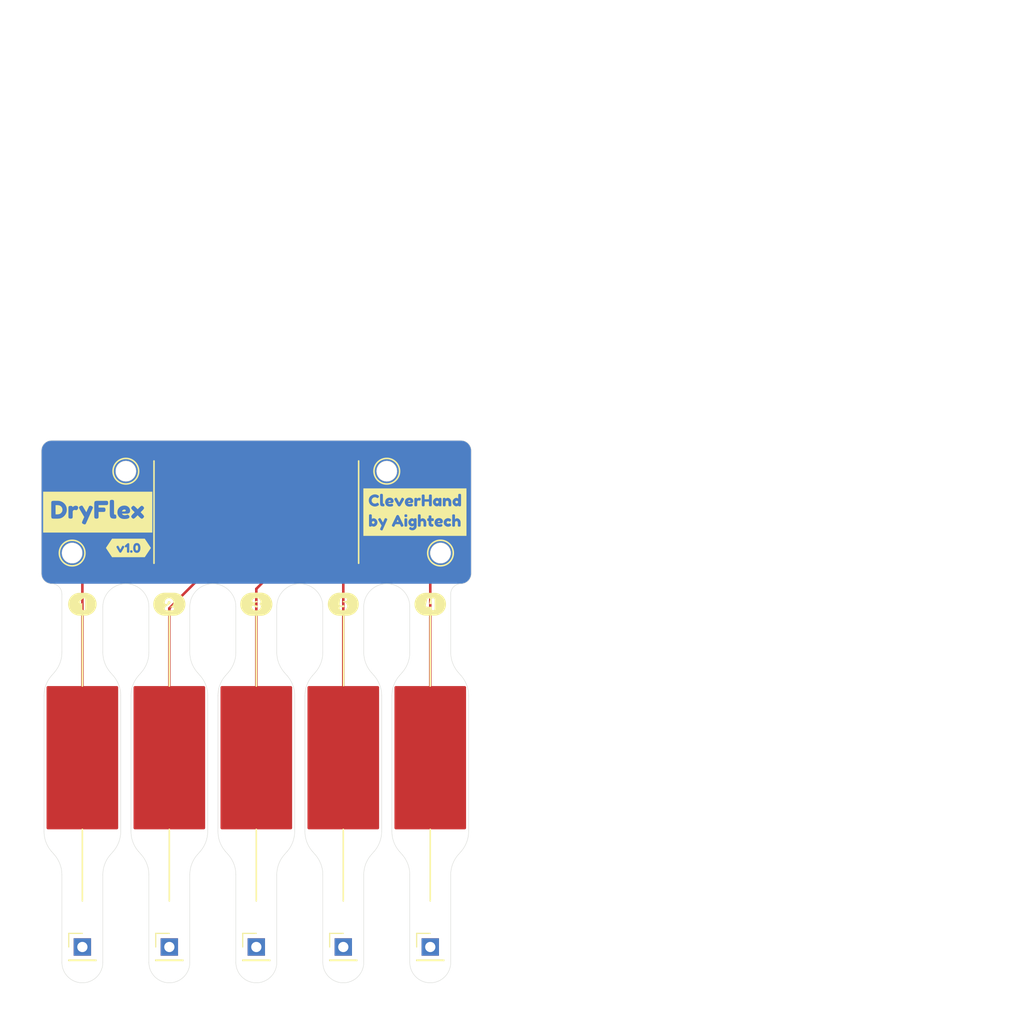
<source format=kicad_pcb>
(kicad_pcb (version 20221018) (generator pcbnew)
  (layers (0 "F.Cu" signal) (31 "B.Cu" signal) (34 "B.Paste" user) (35 "F.Paste" user) (36 "B.SilkS" user "B.Silks") (37 "F.SilkS" user "F.Silks") (38 "B.Mask" user) (39 "F.Mask" user) (44 "Edge.Cuts" user))
  (net 0 "")
  (net 1 "/in1")
  (net 2 "/in2")
  (net 3 "/in3")
  (net 4 "/in4")
  (net 5 "/in5")
  (footprint "Connector_PinHeader_2.54mm:PinHeader_1x01_P2.54mm_Vertical" (layer "F.Cu") (at 91.5 142.5)
    (fp_text reference "J12" hide)
    (fp_text value "Conn_01x01_Pin" hide)
    (pad "1" thru_hole rect (at 0 0) (size 1.7 1.7) (drill 1) (layers "*.Cu" "*.Mask"))
  )
  (footprint "kibuzzard-65902AA8" (layer "F.Cu") (at 84.5 100)
    (fp_text reference "kibuzzard-65902AA8" hide)
    (fp_text value "G***" hide)
  )
  (footprint "Connector_Wire:SolderWirePad_1x01_SMD_1x2mm" (layer "F.Cu") (at 97.4 103.5)
    (fp_text reference "J4" hide)
    (fp_text value "Conn_01x01_Pin" hide)
    (pad "1" smd roundrect (at 0 0) (size 1 2) (layers "F.Cu" "F.Paste" "F.Mask") (net 2 "/in2"))
  )
  (footprint "kibuzzard-658EC834" (layer "F.Cu") (at 87.5 103.5)
    (fp_text reference "kibuzzard-658EC834" hide)
    (fp_text value "G***" hide)
  )
  (footprint "Connector_Wire:SolderWirePad_1x01_SMD_1x2mm" (layer "F.Cu") (at 107.5 96.5)
    (fp_text reference "J7" hide)
    (fp_text value "Conn_01x01_Pin" hide)
    (pad "1" smd roundrect (at 0 0) (size 1 2) (layers "F.Cu" "F.Paste" "F.Mask") (net 4 "/in4"))
  )
  (footprint "kibuzzard-65902ADF" (layer "F.Cu") (at 115.5 100)
    (fp_text reference "kibuzzard-65902ADF" hide)
    (fp_text value "G***" hide)
  )
  (footprint "Connector_Wire:SolderWirePad_1x01_SMD_1x2mm" (layer "F.Cu") (at 102.5 96.5)
    (fp_text reference "J5" hide)
    (fp_text value "Conn_01x01_Pin" hide)
    (pad "1" smd roundrect (at 0 0) (size 1 2) (layers "F.Cu" "F.Paste" "F.Mask") (net 3 "/in3"))
  )
  (footprint "kibuzzard-658EC94F" (layer "F.Cu") (at 117 109)
    (fp_text reference "kibuzzard-658EC94F" hide)
    (fp_text value "G***" hide)
  )
  (footprint "Connector_PinHeader_2.54mm:PinHeader_1x01_P2.54mm_Vertical" (layer "F.Cu") (at 100 142.5)
    (fp_text reference "J10" hide)
    (fp_text value "Conn_01x01_Pin" hide)
    (pad "1" thru_hole rect (at 0 0) (size 1.7 1.7) (drill 1) (layers "*.Cu" "*.Mask"))
  )
  (footprint "kibuzzard-658EC936" (layer "F.Cu") (at 83 109)
    (fp_text reference "kibuzzard-658EC936" hide)
    (fp_text value "G***" hide)
  )
  (footprint "Connector_Wire:SolderWirePad_1x01_SMD_1x2mm" (layer "F.Cu") (at 97.5 96.5)
    (fp_text reference "J3" hide)
    (fp_text value "Conn_01x01_Pin" hide)
    (pad "1" smd roundrect (at 0 0) (size 1 2) (layers "F.Cu" "F.Paste" "F.Mask") (net 2 "/in2"))
  )
  (footprint "Connector_Wire:SolderWirePad_1x01_SMD_1x2mm" (layer "F.Cu") (at 92.5 103.5)
    (fp_text reference "J2" hide)
    (fp_text value "Conn_01x01_Pin" hide)
    (pad "1" smd roundrect (at 0 0) (size 1 2) (layers "F.Cu" "F.Paste" "F.Mask") (net 1 "/in1"))
  )
  (footprint "Connector_Wire:SolderWirePad_1x01_SMD_1x2mm" (layer "F.Cu") (at 102.6 103.5)
    (fp_text reference "J6" hide)
    (fp_text value "Conn_01x01_Pin" hide)
    (pad "1" smd roundrect (at 0 0) (size 1 2) (layers "F.Cu" "F.Paste" "F.Mask") (net 3 "/in3"))
  )
  (footprint "Connector_PinHeader_2.54mm:PinHeader_1x01_P2.54mm_Vertical" (layer "F.Cu") (at 83 142.5)
    (fp_text reference "J9" hide)
    (fp_text value "Conn_01x01_Pin" hide)
    (pad "1" thru_hole rect (at 0 0) (size 1.7 1.7) (drill 1) (layers "*.Cu" "*.Mask"))
  )
  (footprint "kibuzzard-658EC95B" (layer "F.Cu") (at 100 109)
    (fp_text reference "kibuzzard-658EC95B" hide)
    (fp_text value "G***" hide)
  )
  (footprint "kibuzzard-658EC960" (layer "F.Cu") (at 91.5 109)
    (fp_text reference "kibuzzard-658EC960" hide)
    (fp_text value "G***" hide)
  )
  (footprint "kibuzzard-658EC955" (layer "F.Cu") (at 108.5 109)
    (fp_text reference "kibuzzard-658EC955" hide)
    (fp_text value "G***" hide)
  )
  (footprint "Connector_Wire:SolderWirePad_1x01_SMD_1x2mm" (layer "F.Cu") (at 107.5 103.5)
    (fp_text reference "J8" hide)
    (fp_text value "Conn_01x01_Pin" hide)
    (pad "1" smd roundrect (at 0 0) (size 1 2) (layers "F.Cu" "F.Paste" "F.Mask") (net 5 "/in5"))
  )
  (footprint "Connector_Wire:SolderWirePad_1x01_SMD_1x2mm" (layer "F.Cu") (at 92.5 96.5)
    (fp_text reference "J1" hide)
    (fp_text value "Conn_01x01_Pin" hide)
    (pad "1" smd roundrect (at 0 0) (size 1 2) (layers "F.Cu" "F.Paste" "F.Mask") (net 1 "/in1"))
  )
  (footprint "Connector_PinHeader_2.54mm:PinHeader_1x01_P2.54mm_Vertical" (layer "F.Cu") (at 108.5 142.5)
    (fp_text reference "J13" hide)
    (fp_text value "Conn_01x01_Pin" hide)
    (pad "1" thru_hole rect (at 0 0) (size 1.7 1.7) (drill 1) (layers "*.Cu" "*.Mask"))
  )
  (footprint "Connector_PinHeader_2.54mm:PinHeader_1x01_P2.54mm_Vertical" (layer "F.Cu") (at 117 142.5)
    (fp_text reference "J11" hide)
    (fp_text value "Conn_01x01_Pin" hide)
    (pad "1" thru_hole rect (at 0 0) (size 1.7 1.7) (drill 1) (layers "*.Cu" "*.Mask"))
  )
  (gr_line (start 110 105) (end 110 95) (stroke (width 0.1524)) (layer "F.SilkS"))
  (gr_line (start 108.5 131) (end 108.5 138) (stroke (width 0.1524)) (layer "F.SilkS"))
  (gr_circle (center 112.75 96) (end 114 96) (stroke (width 0.1524)) (fill none) (layer "F.SilkS"))
  (gr_line (start 91.5 110) (end 91.5 117) (stroke (width 0.1524)) (layer "F.SilkS"))
  (gr_line (start 117 131) (end 117 138) (stroke (width 0.1524)) (layer "F.SilkS"))
  (gr_line (start 83 131) (end 83 138) (stroke (width 0.1524)) (layer "F.SilkS"))
  (gr_line (start 90 105) (end 90 95) (stroke (width 0.1524)) (layer "F.SilkS"))
  (gr_line (start 108.532812 109.954835) (end 108.532812 116.954835) (stroke (width 0.1524)) (layer "F.SilkS"))
  (gr_line (start 91.5 131) (end 91.5 138) (stroke (width 0.1524)) (layer "F.SilkS"))
  (gr_line (start 117 110) (end 117 117) (stroke (width 0.1524)) (layer "F.SilkS"))
  (gr_line (start 100 110) (end 100 117) (stroke (width 0.1524)) (layer "F.SilkS"))
  (gr_circle (center 118 104) (end 119.25 104) (stroke (width 0.1524)) (fill none) (layer "F.SilkS"))
  (gr_line (start 83 110) (end 83 117) (stroke (width 0.1524)) (layer "F.SilkS"))
  (gr_circle (center 87.25 96) (end 88.5 96) (stroke (width 0.1524)) (fill none) (layer "F.SilkS"))
  (gr_circle (center 82 104) (end 83.25 104) (stroke (width 0.1524)) (fill none) (layer "F.SilkS"))
  (gr_line (start 100 131) (end 100 138) (stroke (width 0.1524)) (layer "F.SilkS"))
  (gr_arc (start 87.75 117.950005) (mid 87.94169 116.894824) (end 88.49227 115.974491) (stroke (width 0.0381)) (layer "Edge.Cuts"))
  (gr_line (start 105.49227 115.974491) (end 105.75773 115.671108) (stroke (width 0.0381)) (layer "Edge.Cuts"))
  (gr_arc (start 98 113.695594) (mid 97.80831 114.750775) (end 97.25773 115.671108) (stroke (width 0.0381)) (layer "Edge.Cuts"))
  (gr_line (start 80 93) (end 120 93) (stroke (width 0.0381)) (layer "Edge.Cuts"))
  (gr_line (start 81 113.695594) (end 81 108) (stroke (width 0.0381)) (layer "Edge.Cuts"))
  (gr_arc (start 105.75773 133.474492) (mid 106.308306 134.394827) (end 106.5 135.450006) (stroke (width 0.0381)) (layer "Edge.Cuts"))
  (gr_line (start 85 135.450006) (end 85 144) (stroke (width 0.0381)) (layer "Edge.Cuts"))
  (gr_arc (start 111.50773 115.974491) (mid 112.058307 116.894825) (end 112.25 117.950005) (stroke (width 0.0381)) (layer "Edge.Cuts"))
  (gr_line (start 81 135.450006) (end 81 144) (stroke (width 0.0381)) (layer "Edge.Cuts"))
  (gr_circle (center 118 104) (end 119 104) (stroke (width 0.0381)) (fill none) (layer "Edge.Cuts"))
  (gr_line (start 106.5 113.695594) (end 106.5 109.25) (stroke (width 0.0381)) (layer "Edge.Cuts"))
  (gr_arc (start 80 107) (mid 80.707107 107.292893) (end 81 108) (stroke (width 0.0381)) (layer "Edge.Cuts"))
  (gr_line (start 94.50773 133.171109) (end 94.24227 133.474492) (stroke (width 0.0381)) (layer "Edge.Cuts"))
  (gr_arc (start 119.74227 115.671108) (mid 119.19169 114.750775) (end 119 113.695594) (stroke (width 0.0381)) (layer "Edge.Cuts"))
  (gr_arc (start 79.99227 133.171109) (mid 79.441693 132.250775) (end 79.25 131.195595) (stroke (width 0.0381)) (layer "Edge.Cuts"))
  (gr_line (start 104.75 117.950005) (end 104.75 131.195595) (stroke (width 0.0381)) (layer "Edge.Cuts"))
  (gr_circle (center 87.25 96) (end 88.25 96) (stroke (width 0.0381)) (fill none) (layer "Edge.Cuts"))
  (gr_line (start 111.24227 115.671108) (end 111.50773 115.974491) (stroke (width 0.0381)) (layer "Edge.Cuts"))
  (gr_arc (start 86.00773 115.974491) (mid 86.558307 116.894825) (end 86.75 117.950005) (stroke (width 0.0381)) (layer "Edge.Cuts"))
  (gr_line (start 110.5 135.450006) (end 110.5 144) (stroke (width 0.0381)) (layer "Edge.Cuts"))
  (gr_arc (start 85.74227 115.671108) (mid 85.191694 114.750774) (end 85 113.695594) (stroke (width 0.0381)) (layer "Edge.Cuts"))
  (gr_arc (start 110.5 109.25) (mid 112.75 107) (end 115 109.25) (stroke (width 0.0381)) (layer "Edge.Cuts"))
  (gr_arc (start 80.25773 133.474492) (mid 80.808306 134.394826) (end 81 135.450006) (stroke (width 0.0381)) (layer "Edge.Cuts"))
  (gr_arc (start 120.00773 115.974491) (mid 120.55831 116.894824) (end 120.75 117.950005) (stroke (width 0.0381)) (layer "Edge.Cuts"))
  (gr_line (start 113.99227 133.171109) (end 114.25773 133.474492) (stroke (width 0.0381)) (layer "Edge.Cuts"))
  (gr_arc (start 120.75 131.195595) (mid 120.558307 132.250775) (end 120.00773 133.171109) (stroke (width 0.0381)) (layer "Edge.Cuts"))
  (gr_line (start 111.50773 133.171109) (end 111.24227 133.474492) (stroke (width 0.0381)) (layer "Edge.Cuts"))
  (gr_arc (start 79 94) (mid 79.292893 93.292893) (end 80 93) (stroke (width 0.0381)) (layer "Edge.Cuts"))
  (gr_arc (start 103.00773 115.974491) (mid 103.558307 116.894825) (end 103.75 117.950005) (stroke (width 0.0381)) (layer "Edge.Cuts"))
  (gr_arc (start 89.5 113.695594) (mid 89.30831 114.750775) (end 88.75773 115.671108) (stroke (width 0.0381)) (layer "Edge.Cuts"))
  (gr_line (start 96.99227 115.974491) (end 97.25773 115.671108) (stroke (width 0.0381)) (layer "Edge.Cuts"))
  (gr_arc (start 115 113.695594) (mid 114.808305 114.750773) (end 114.25773 115.671108) (stroke (width 0.0381)) (layer "Edge.Cuts"))
  (gr_line (start 119 113.695594) (end 119 108) (stroke (width 0.0381)) (layer "Edge.Cuts"))
  (gr_arc (start 102 135.450006) (mid 102.19169 134.394825) (end 102.74227 133.474492) (stroke (width 0.0381)) (layer "Edge.Cuts"))
  (gr_arc (start 97.25773 133.474492) (mid 97.808306 134.394827) (end 98 135.450006) (stroke (width 0.0381)) (layer "Edge.Cuts"))
  (gr_arc (start 110.5 135.450006) (mid 110.69169 134.394825) (end 111.24227 133.474492) (stroke (width 0.0381)) (layer "Edge.Cuts"))
  (gr_line (start 106.5 135.450006) (end 106.5 144) (stroke (width 0.0381)) (layer "Edge.Cuts"))
  (gr_line (start 79.25 117.950005) (end 79.25 131.195595) (stroke (width 0.0381)) (layer "Edge.Cuts"))
  (gr_line (start 113.25 131.195595) (end 113.25 117.950005) (stroke (width 0.0381)) (layer "Edge.Cuts"))
  (gr_arc (start 93.5 135.450006) (mid 93.69169 134.394825) (end 94.24227 133.474492) (stroke (width 0.0381)) (layer "Edge.Cuts"))
  (gr_line (start 112.25 131.195595) (end 112.25 117.950005) (stroke (width 0.0381)) (layer "Edge.Cuts"))
  (gr_line (start 88.75773 133.474492) (end 88.49227 133.171109) (stroke (width 0.0381)) (layer "Edge.Cuts"))
  (gr_line (start 105.75773 133.474492) (end 105.49227 133.171109) (stroke (width 0.0381)) (layer "Edge.Cuts"))
  (gr_line (start 102 113.695594) (end 102 109.25) (stroke (width 0.0381)) (layer "Edge.Cuts"))
  (gr_arc (start 121 106) (mid 120.707107 106.707107) (end 120 107) (stroke (width 0.0381)) (layer "Edge.Cuts"))
  (gr_line (start 114.25773 115.671108) (end 113.99227 115.974491) (stroke (width 0.0381)) (layer "Edge.Cuts"))
  (gr_line (start 93.5 113.695594) (end 93.5 109.25) (stroke (width 0.0381)) (layer "Edge.Cuts"))
  (gr_line (start 115 135.450006) (end 115 144) (stroke (width 0.0381)) (layer "Edge.Cuts"))
  (gr_line (start 97.25773 133.474492) (end 96.99227 133.171109) (stroke (width 0.0381)) (layer "Edge.Cuts"))
  (gr_line (start 96.25 117.950005) (end 96.25 131.195595) (stroke (width 0.0381)) (layer "Edge.Cuts"))
  (gr_arc (start 112.25 131.195595) (mid 112.05831 132.250776) (end 111.50773 133.171109) (stroke (width 0.0381)) (layer "Edge.Cuts"))
  (gr_arc (start 96.25 117.950005) (mid 96.44169 116.894824) (end 96.99227 115.974491) (stroke (width 0.0381)) (layer "Edge.Cuts"))
  (gr_line (start 89.5 113.695594) (end 89.5 109.25) (stroke (width 0.0381)) (layer "Edge.Cuts"))
  (gr_circle (center 82 104) (end 83 104) (stroke (width 0.0381)) (fill none) (layer "Edge.Cuts"))
  (gr_arc (start 94.24227 115.671108) (mid 93.691693 114.750774) (end 93.5 113.695594) (stroke (width 0.0381)) (layer "Edge.Cuts"))
  (gr_arc (start 80 107) (mid 79.292893 106.707107) (end 79 106) (stroke (width 0.0381)) (layer "Edge.Cuts"))
  (gr_line (start 119 135.450006) (end 119 144) (stroke (width 0.0381)) (layer "Edge.Cuts"))
  (gr_line (start 98 113.695594) (end 98 109.25) (stroke (width 0.0381)) (layer "Edge.Cuts"))
  (gr_arc (start 85 135.450006) (mid 85.19169 134.394825) (end 85.74227 133.474492) (stroke (width 0.0381)) (layer "Edge.Cuts"))
  (gr_arc (start 106.5 113.695594) (mid 106.30831 114.750775) (end 105.75773 115.671108) (stroke (width 0.0381)) (layer "Edge.Cuts"))
  (gr_arc (start 86.75 131.195595) (mid 86.55831 132.250776) (end 86.00773 133.171109) (stroke (width 0.0381)) (layer "Edge.Cuts"))
  (gr_line (start 80.25773 133.474492) (end 79.99227 133.171109) (stroke (width 0.0381)) (layer "Edge.Cuts"))
  (gr_arc (start 119 144) (mid 117 146) (end 115 144) (stroke (width 0.0381)) (layer "Edge.Cuts"))
  (gr_line (start 86.75 131.195595) (end 86.75 117.950005) (stroke (width 0.0381)) (layer "Edge.Cuts"))
  (gr_arc (start 120 93) (mid 120.707107 93.292893) (end 121 94) (stroke (width 0.0381)) (layer "Edge.Cuts"))
  (gr_arc (start 81 113.695594) (mid 80.80831 114.750775) (end 80.25773 115.671108) (stroke (width 0.0381)) (layer "Edge.Cuts"))
  (gr_circle (center 112.75 96) (end 113.75 96) (stroke (width 0.0381)) (fill none) (layer "Edge.Cuts"))
  (gr_line (start 86.00773 133.171109) (end 85.74227 133.474492) (stroke (width 0.0381)) (layer "Edge.Cuts"))
  (gr_line (start 121 106) (end 121 94) (stroke (width 0.0381)) (layer "Edge.Cuts"))
  (gr_line (start 120.75 117.950005) (end 120.75 131.195595) (stroke (width 0.0381)) (layer "Edge.Cuts"))
  (gr_arc (start 93.5 144) (mid 91.5 146) (end 89.5 144) (stroke (width 0.0381)) (layer "Edge.Cuts"))
  (gr_arc (start 119 108) (mid 119.292893 107.292893) (end 120 107) (stroke (width 0.0381)) (layer "Edge.Cuts"))
  (gr_arc (start 95.25 131.195595) (mid 95.05831 132.250776) (end 94.50773 133.171109) (stroke (width 0.0381)) (layer "Edge.Cuts"))
  (gr_line (start 119.74227 133.474492) (end 120.00773 133.171109) (stroke (width 0.0381)) (layer "Edge.Cuts"))
  (gr_arc (start 102 109.25) (mid 104.25 107) (end 106.5 109.25) (stroke (width 0.0381)) (layer "Edge.Cuts"))
  (gr_line (start 95.25 131.195595) (end 95.25 117.950005) (stroke (width 0.0381)) (layer "Edge.Cuts"))
  (gr_arc (start 88.49227 133.171109) (mid 87.941693 132.250775) (end 87.75 131.195595) (stroke (width 0.0381)) (layer "Edge.Cuts"))
  (gr_line (start 93.5 135.450006) (end 93.5 144) (stroke (width 0.0381)) (layer "Edge.Cuts"))
  (gr_arc (start 104.75 117.950005) (mid 104.94169 116.894824) (end 105.49227 115.974491) (stroke (width 0.0381)) (layer "Edge.Cuts"))
  (gr_line (start 87.75 117.950005) (end 87.75 131.195595) (stroke (width 0.0381)) (layer "Edge.Cuts"))
  (gr_line (start 79 106) (end 79 94) (stroke (width 0.0381)) (layer "Edge.Cuts"))
  (gr_line (start 102 135.450006) (end 102 144) (stroke (width 0.0381)) (layer "Edge.Cuts"))
  (gr_arc (start 113.25 117.950005) (mid 113.441693 116.894825) (end 113.99227 115.974491) (stroke (width 0.0381)) (layer "Edge.Cuts"))
  (gr_arc (start 94.50773 115.974491) (mid 95.058307 116.894825) (end 95.25 117.950005) (stroke (width 0.0381)) (layer "Edge.Cuts"))
  (gr_arc (start 114.25773 133.474492) (mid 114.80831 134.394825) (end 115 135.450006) (stroke (width 0.0381)) (layer "Edge.Cuts"))
  (gr_line (start 85 113.695594) (end 85 109.25) (stroke (width 0.0381)) (layer "Edge.Cuts"))
  (gr_line (start 110.5 113.695594) (end 110.5 109.25) (stroke (width 0.0381)) (layer "Edge.Cuts"))
  (gr_line (start 94.24227 115.671108) (end 94.50773 115.974491) (stroke (width 0.0381)) (layer "Edge.Cuts"))
  (gr_arc (start 111.24227 115.671108) (mid 110.691693 114.750774) (end 110.5 113.695594) (stroke (width 0.0381)) (layer "Edge.Cuts"))
  (gr_arc (start 102.74227 115.671108) (mid 102.191693 114.750774) (end 102 113.695594) (stroke (width 0.0381)) (layer "Edge.Cuts"))
  (gr_line (start 79.99227 115.974491) (end 80.25773 115.671108) (stroke (width 0.0381)) (layer "Edge.Cuts"))
  (gr_arc (start 102 144) (mid 100 146) (end 98 144) (stroke (width 0.0381)) (layer "Edge.Cuts"))
  (gr_arc (start 96.99227 133.171109) (mid 96.441693 132.250775) (end 96.25 131.195595) (stroke (width 0.0381)) (layer "Edge.Cuts"))
  (gr_line (start 89.5 135.450006) (end 89.5 144) (stroke (width 0.0381)) (layer "Edge.Cuts"))
  (gr_arc (start 110.5 144) (mid 108.5 146) (end 106.5 144) (stroke (width 0.0381)) (layer "Edge.Cuts"))
  (gr_line (start 103.00773 133.171109) (end 102.74227 133.474492) (stroke (width 0.0381)) (layer "Edge.Cuts"))
  (gr_line (start 120.00773 115.974491) (end 119.74227 115.671108) (stroke (width 0.0381)) (layer "Edge.Cuts"))
  (gr_arc (start 119 135.450006) (mid 119.191694 134.394827) (end 119.74227 133.474492) (stroke (width 0.0381)) (layer "Edge.Cuts"))
  (gr_line (start 88.49227 115.974491) (end 88.75773 115.671108) (stroke (width 0.0381)) (layer "Edge.Cuts"))
  (gr_line (start 103.75 131.195595) (end 103.75 117.950005) (stroke (width 0.0381)) (layer "Edge.Cuts"))
  (gr_line (start 85.74227 115.671108) (end 86.00773 115.974491) (stroke (width 0.0381)) (layer "Edge.Cuts"))
  (gr_arc (start 85 109.25) (mid 87.25 107) (end 89.5 109.25) (stroke (width 0.0381)) (layer "Edge.Cuts"))
  (gr_arc (start 93.5 109.25) (mid 95.75 107) (end 98 109.25) (stroke (width 0.0381)) (layer "Edge.Cuts"))
  (gr_arc (start 85 144) (mid 83 146) (end 81 144) (stroke (width 0.0381)) (layer "Edge.Cuts"))
  (gr_arc (start 79.25 117.950005) (mid 79.44169 116.894824) (end 79.99227 115.974491) (stroke (width 0.0381)) (layer "Edge.Cuts"))
  (gr_line (start 115 113.695594) (end 115 109.25) (stroke (width 0.0381)) (layer "Edge.Cuts"))
  (gr_line (start 102.74227 115.671108) (end 103.00773 115.974491) (stroke (width 0.0381)) (layer "Edge.Cuts"))
  (gr_arc (start 105.49227 133.171109) (mid 104.941693 132.250775) (end 104.75 131.195595) (stroke (width 0.0381)) (layer "Edge.Cuts"))
  (gr_arc (start 103.75 131.195595) (mid 103.55831 132.250776) (end 103.00773 133.171109) (stroke (width 0.0381)) (layer "Edge.Cuts"))
  (gr_arc (start 113.99227 133.171109) (mid 113.44169 132.250776) (end 113.25 131.195595) (stroke (width 0.0381)) (layer "Edge.Cuts"))
  (gr_arc (start 88.75773 133.474492) (mid 89.308306 134.394827) (end 89.5 135.450006) (stroke (width 0.0381)) (layer "Edge.Cuts"))
  (gr_line (start 98 135.450006) (end 98 144) (stroke (width 0.0381)) (layer "Edge.Cuts"))
  (segment (start 92.5 96.5) (end 92.5 103.5) (width 0.25) (layer "F.Cu") (net 1))
  (segment (start 92.5 96.5) (end 83 106) (width 0.25) (layer "F.Cu") (net 1))
  (segment (start 83 106) (end 83 119) (width 0.25) (layer "F.Cu") (net 1))
  (segment (start 97.5 96.5) (end 97.5 103.4) (width 0.25) (layer "F.Cu") (net 2))
  (segment (start 91.5 109.4) (end 91.5 109.5) (width 0.25) (layer "F.Cu") (net 2))
  (segment (start 97.4 103.5) (end 91.5 109.4) (width 0.25) (layer "F.Cu") (net 2))
  (segment (start 91.5 109.5) (end 91.5 119) (width 0.25) (layer "F.Cu") (net 2))
  (segment (start 97.5 103.4) (end 97.4 103.5) (width 0.25) (layer "F.Cu") (net 2))
  (segment (start 102.6 103.5) (end 102.6 104.9) (width 0.25) (layer "F.Cu") (net 3))
  (segment (start 102.5 96.5) (end 102.5 103.4) (width 0.25) (layer "F.Cu") (net 3))
  (segment (start 102.5 103.4) (end 102.6 103.5) (width 0.25) (layer "F.Cu") (net 3))
  (segment (start 100 107.5) (end 100 119) (width 0.25) (layer "F.Cu") (net 3))
  (segment (start 102.6 104.9) (end 100 107.5) (width 0.25) (layer "F.Cu") (net 3))
  (segment (start 107.5 96.5) (end 117 106) (width 0.25) (layer "F.Cu") (net 4))
  (segment (start 117 106) (end 117 119) (width 0.25) (layer "F.Cu") (net 4))
  (segment (start 108.5 104.5) (end 108.5 119) (width 0.25) (layer "F.Cu") (net 5))
  (segment (start 107.5 103.5) (end 108.5 104.5) (width 0.25) (layer "F.Cu") (net 5))
  (zone (net 5) (net_name "/in5") (layer "F.Cu") (connect_pads yes (clearance 0.127)) (min_thickness 0.25) (fill yes (thermal_gap 0.5) (thermal_bridge_width 0.5))
    (polygon (pts (xy 105 117) (xy 112 117) (xy 112 131) (xy 105 131)))
  )
  (zone (net 3) (net_name "/in3") (layer "F.Cu") (connect_pads yes (clearance 0.127)) (min_thickness 0.25) (fill yes (thermal_gap 0.5) (thermal_bridge_width 0.5))
    (polygon (pts (xy 100.25 100.25) (xy 104.75 100.25) (xy 104.75 106.5) (xy 100.25 106.5)))
  )
  (zone (net 3) (net_name "/in3") (layer "F.Cu") (connect_pads yes (clearance 0.127)) (min_thickness 0.25) (fill yes (thermal_gap 0.5) (thermal_bridge_width 0.5))
    (polygon (pts (xy 96.5 117) (xy 103.5 117) (xy 103.5 131) (xy 96.5 131)))
  )
  (zone (net 4) (net_name "/in4") (layer "F.Cu") (connect_pads yes (clearance 0.127)) (min_thickness 0.25) (fill yes (thermal_gap 0.5) (thermal_bridge_width 0.5))
    (polygon (pts (xy 120.5 117) (xy 113.5 117) (xy 113.5 131) (xy 120.5 131)))
  )
  (zone (net 1) (net_name "/in1") (layer "F.Cu") (connect_pads yes (clearance 0.127)) (min_thickness 0.25) (fill yes (thermal_gap 0.5) (thermal_bridge_width 0.5))
    (polygon (pts (xy 90.25 93.5) (xy 94.75 93.5) (xy 94.75 99.75) (xy 90.25 99.75)))
  )
  (zone (net 2) (net_name "/in2") (layer "F.Cu") (connect_pads yes (clearance 0.127)) (min_thickness 0.25) (fill yes (thermal_gap 0.5) (thermal_bridge_width 0.5))
    (polygon (pts (xy 95.25 93.5) (xy 99.75 93.5) (xy 99.75 99.75) (xy 95.25 99.75)))
  )
  (zone (net 4) (net_name "/in4") (layer "F.Cu") (connect_pads yes (clearance 0.127)) (min_thickness 0.25) (fill yes (thermal_gap 0.5) (thermal_bridge_width 0.5))
    (polygon (pts (xy 105.25 93.5) (xy 109.75 93.5) (xy 109.75 99.75) (xy 105.25 99.75)))
  )
  (zone (net 1) (net_name "/in1") (layer "F.Cu") (connect_pads yes (clearance 0.127)) (min_thickness 0.25) (fill yes (thermal_gap 0.5) (thermal_bridge_width 0.5))
    (polygon (pts (xy 79.5 117) (xy 86.5 117) (xy 86.5 131) (xy 79.5 131)))
  )
  (zone (net 2) (net_name "/in2") (layer "F.Cu") (connect_pads yes (clearance 0.127)) (min_thickness 0.25) (fill yes (thermal_gap 0.5) (thermal_bridge_width 0.5))
    (polygon (pts (xy 88 117) (xy 95 117) (xy 95 131) (xy 88 131)))
  )
  (zone (net 1) (net_name "/in1") (layer "F.Cu") (connect_pads yes (clearance 0.127)) (min_thickness 0.25) (fill yes (thermal_gap 0.5) (thermal_bridge_width 0.5))
    (polygon (pts (xy 90.25 100.25) (xy 94.75 100.25) (xy 94.75 106.5) (xy 90.25 106.5)))
  )
  (zone (net 3) (net_name "/in3") (layer "F.Cu") (connect_pads yes (clearance 0.127)) (min_thickness 0.25) (fill yes (thermal_gap 0.5) (thermal_bridge_width 0.5))
    (polygon (pts (xy 100.25 93.5) (xy 104.75 93.5) (xy 104.75 99.75) (xy 100.25 99.75)))
  )
  (zone (net 5) (net_name "/in5") (layer "F.Cu") (connect_pads yes (clearance 0.127)) (min_thickness 0.25) (fill yes (thermal_gap 0.5) (thermal_bridge_width 0.5))
    (polygon (pts (xy 105.25 100.25) (xy 109.75 100.25) (xy 109.75 106.5) (xy 105.25 106.5)))
  )
  (zone (net 2) (net_name "/in2") (layer "F.Cu") (connect_pads yes (clearance 0.127)) (min_thickness 0.25) (fill yes (thermal_gap 0.5) (thermal_bridge_width 0.5))
    (polygon (pts (xy 95.25 100.25) (xy 99.75 100.25) (xy 99.75 106.5) (xy 95.25 106.5)))
  )
  (zone (net 0) (net_name "") (layer "B.Cu") (connect_pads yes (clearance 0.127)) (min_thickness 0.25) (fill yes (thermal_gap 0.5) (thermal_bridge_width 0.5) (island_removal_mode 1) (island_area_min 10))
    (polygon (pts (xy 79 93) (xy 121 93) (xy 121 107) (xy 79 107)))
  )
)
</source>
